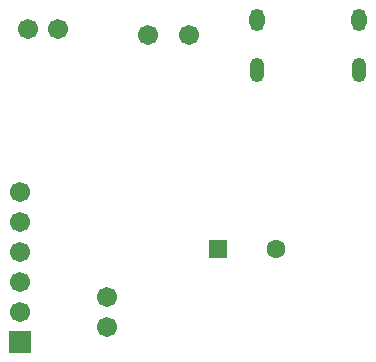
<source format=gbs>
G04 Layer: BottomSolderMaskLayer*
G04 EasyEDA Pro v2.2.43.4, 2025-11-30 18:35:17*
G04 Gerber Generator version 0.3*
G04 Scale: 100 percent, Rotated: No, Reflected: No*
G04 Dimensions in millimeters*
G04 Leading zeros omitted, absolute positions, 4 integers and 5 decimals*
G04 Generated by custom config*
%FSLAX45Y45*%
%MOMM*%
%AMRoundRect*1,1,$1,$2,$3*1,1,$1,$4,$5*1,1,$1,0-$2,0-$3*1,1,$1,0-$4,0-$5*20,1,$1,$2,$3,$4,$5,0*20,1,$1,$4,$5,0-$2,0-$3,0*20,1,$1,0-$2,0-$3,0-$4,0-$5,0*20,1,$1,0-$4,0-$5,$2,$3,0*4,1,4,$2,$3,$4,$5,0-$2,0-$3,0-$4,0-$5,$2,$3,0*%
%ADD10C,1.7016*%
%ADD11RoundRect,0.09645X-0.90257X-0.90257X-0.90257X0.90257*%
%ADD12O,1.20002X2.10002*%
%ADD13O,1.30002X1.90002*%
%ADD14RoundRect,0.09554X-0.75303X0.75303X0.75303X0.75303*%
%ADD15C,1.6039*%
%ADD16C,1.6016*%
G75*


G04 Pad Start*
G54D10*
G01X2130796Y-711203D03*
G01X1780784Y-711203D03*
G01X762000Y-660400D03*
G01X1016000Y-660400D03*
G01X1435100Y-3187700D03*
G01X1435100Y-2933700D03*
G01X698500Y-2044700D03*
G01X698500Y-2298700D03*
G01X698500Y-2552700D03*
G01X698500Y-2806700D03*
G01X698500Y-3060700D03*
G54D11*
G01X698500Y-3314700D03*
G54D12*
G01X3569399Y-1008012D03*
G01X2704402Y-1008012D03*
G54D13*
G01X3569399Y-587997D03*
G01X2704402Y-587997D03*
G54D14*
G01X2372208Y-2527300D03*
G54D16*
G01X2860192Y-2527300D03*
G04 Pad End*

M02*


</source>
